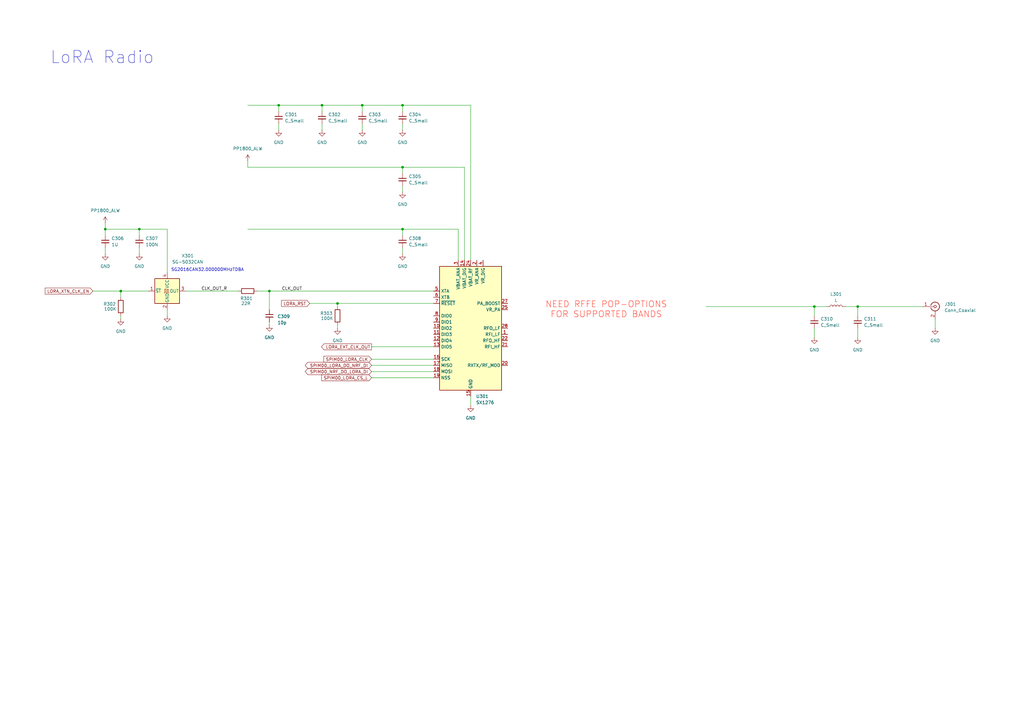
<source format=kicad_sch>
(kicad_sch (version 20231120) (generator "eeschema") (generator_version "8.0")
  (paper "A3")
  (title_block (title "LoRa Meshtastic Radio") (rev "Proto") (comment 1 "Brendan Bleker"))
  (lib_symbols
    (symbol "Connector:Conn_Coaxial" (pin_names (offset 1.016) hide)
      (property "Reference" "J" (at 0.254 3.048 0))
      (property "Value" "Conn_Coaxial" (at 2.921 0 90))
      (symbol "Conn_Coaxial_0_1"
        (arc (start -1.778 -0.508) (mid 0.2311 -1.8066) (end 1.778 0) (stroke (width 0.254)))
        (polyline (pts (xy -2.54 0) (xy -0.508 0)))
        (polyline (pts (xy 0 -2.54) (xy 0 -1.778)))
        (circle (center 0 0) (radius 0.508) (stroke (width 0.2032)))
        (arc (start 1.778 0) (mid 0.2099 1.8101) (end -1.778 0.508) (stroke (width 0.254)))
      )
      (symbol "Conn_Coaxial_1_1"
        (pin passive line (at -5.08 0 0) (length 2.54) (name "In") (number "1"))
        (pin passive line (at 0 -5.08 90) (length 2.54) (name "Ext") (number "2"))
      )
    )
    (symbol "Device:C_Small" (pin_numbers hide) (pin_names (offset 0.254) hide)
      (property "Reference" "C" (at 0.254 1.778 0))
      (property "Value" "C_Small" (at 0.254 -2.032 0))
      (symbol "C_Small_0_1"
        (polyline (pts (xy -1.524 -0.508) (xy 1.524 -0.508)) (stroke (width 0.3302)))
        (polyline (pts (xy -1.524 0.508) (xy 1.524 0.508)) (stroke (width 0.3048)))
      )
      (symbol "C_Small_1_1"
        (pin passive line (at 0 2.54 270) (length 2.032) (name "~") (number "1"))
        (pin passive line (at 0 -2.54 90) (length 2.032) (name "~") (number "2"))
      )
    )
    (symbol "Device:L" (pin_numbers hide) (pin_names (offset 1.016) hide)
      (property "Reference" "L" (at -1.27 0 90))
      (property "Value" "L" (at 1.905 0 90))
      (symbol "L_0_1"
        (arc (start 0 -2.54) (mid 0.6323 -1.905) (end 0 -1.27))
        (arc (start 0 -1.27) (mid 0.6323 -0.635) (end 0 0))
        (arc (start 0 0) (mid 0.6323 0.635) (end 0 1.27))
        (arc (start 0 1.27) (mid 0.6323 1.905) (end 0 2.54))
      )
      (symbol "L_1_1"
        (pin passive line (at 0 3.81 270) (length 1.27) (name "1") (number "1"))
        (pin passive line (at 0 -3.81 90) (length 1.27) (name "2") (number "2"))
      )
    )
    (symbol "Device:R" (pin_numbers hide) (pin_names (offset 0))
      (property "Reference" "R" (at 2.032 0 90))
      (property "Value" "R" (at 0 0 90))
      (symbol "R_0_1"
        (rectangle (start -1.016 -2.54) (end 1.016 2.54) (stroke (width 0.254)))
      )
      (symbol "R_1_1"
        (pin passive line (at 0 3.81 270) (length 1.27) (name "~") (number "1"))
        (pin passive line (at 0 -3.81 90) (length 1.27) (name "~") (number "2"))
      )
    )
    (symbol "Oscillator:SG-5032CAN" (pin_names (offset 0.254))
      (property "Reference" "X" (at -5.08 6.35 0))
      (property "Value" "SG-5032CAN" (at 1.27 -6.35 0))
      (symbol "SG-5032CAN_0_1"
        (rectangle (start -5.08 5.08) (end 5.08 -5.08) (stroke (width 0.254)) (fill (type background)))
        (polyline (pts (xy -1.27 -0.762) (xy -1.016 -0.762) (xy -1.016 0.762) (xy -0.508 0.762) (xy -0.508 -0.762) (xy 0 -0.762) (xy 0 0.762) (xy 0.508 0.762) (xy 0.508 -0.762) (xy 0.762 -0.762)))
      )
      (symbol "SG-5032CAN_1_1"
        (pin input line (at -7.62 0 0) (length 2.54) (name "~{ST}") (number "1"))
        (pin power_in line (at 0 -7.62 90) (length 2.54) (name "GND") (number "2"))
        (pin output line (at 7.62 0 180) (length 2.54) (name "OUT") (number "3"))
        (pin power_in line (at 0 7.62 270) (length 2.54) (name "VCC") (number "4"))
      )
    )
    (symbol "RF:SX1276"
      (property "Reference" "U" (at 13.97 24.13 0))
      (property "Value" "SX1276" (at 13.97 21.59 0))
      (symbol "SX1276_0_1"
        (rectangle (start -12.7 25.4) (end 12.7 -25.4) (stroke (width 0.254)) (fill (type background)))
      )
      (symbol "SX1276_1_1"
        (pin input line (at 15.24 -2.54 180) (length 2.54) (name "RFI_LF") (number "1"))
        (pin bidirectional line (at -15.24 0 0) (length 2.54) (name "DIO2") (number "10"))
        (pin bidirectional line (at -15.24 -2.54 0) (length 2.54) (name "DIO3") (number "11"))
        (pin bidirectional line (at -15.24 -5.08 0) (length 2.54) (name "DIO4") (number "12"))
        (pin bidirectional line (at -15.24 -7.62 0) (length 2.54) (name "DIO5") (number "13"))
        (pin power_in line (at -2.54 27.94 270) (length 2.54) (name "VBAT_DIG") (number "14"))
        (pin power_in line (at 0 -27.94 90) (length 2.54) (name "GND") (number "15"))
        (pin input line (at -15.24 -12.7 0) (length 2.54) (name "SCK") (number "16"))
        (pin output line (at -15.24 -15.24 0) (length 2.54) (name "MISO") (number "17"))
        (pin input line (at -15.24 -17.78 0) (length 2.54) (name "MOSI") (number "18"))
        (pin input line (at -15.24 -20.32 0) (length 2.54) (name "NSS") (number "19"))
        (pin power_in line (at 2.54 27.94 270) (length 2.54) (name "VR_ANA") (number "2"))
        (pin output line (at 15.24 -15.24 180) (length 2.54) (name "RXTX/RF_MOD") (number "20"))
        (pin input line (at 15.24 -7.62 180) (length 2.54) (name "RFI_HF") (number "21"))
        (pin output line (at 15.24 -5.08 180) (length 2.54) (name "RFO_HF") (number "22"))
        (pin passive line (at 0 -27.94 90) (length 2.54) hide (name "GND") (number "23"))
        (pin power_in line (at 0 27.94 270) (length 2.54) (name "VBAT_RF") (number "24"))
        (pin power_out line (at 15.24 7.62 180) (length 2.54) (name "VR_PA") (number "25"))
        (pin passive line (at 0 -27.94 90) (length 2.54) hide (name "GND") (number "26"))
        (pin power_out line (at 15.24 10.16 180) (length 2.54) (name "PA_BOOST") (number "27"))
        (pin output line (at 15.24 0 180) (length 2.54) (name "RFO_LF") (number "28"))
        (pin passive line (at 0 -27.94 90) (length 2.54) hide (name "GND") (number "29"))
        (pin power_in line (at -5.08 27.94 270) (length 2.54) (name "VBAT_ANA") (number "3"))
        (pin power_in line (at 5.08 27.94 270) (length 2.54) (name "VR_DIG") (number "4"))
        (pin bidirectional line (at -15.24 15.24 0) (length 2.54) (name "XTA") (number "5"))
        (pin bidirectional line (at -15.24 12.7 0) (length 2.54) (name "XTB") (number "6"))
        (pin input line (at -15.24 10.16 0) (length 2.54) (name "~{RESET}") (number "7"))
        (pin bidirectional line (at -15.24 5.08 0) (length 2.54) (name "DIO0") (number "8"))
        (pin bidirectional line (at -15.24 2.54 0) (length 2.54) (name "DIO1") (number "9"))
      )
    )
    (symbol "power:GND" (power) (pin_numbers hide) (pin_names (offset 0) hide)
      (property "Value" "GND" (at 0 -3.81 0))
      (symbol "GND_0_1"
        (polyline (pts (xy 0 0) (xy 0 -1.27) (xy 1.27 -1.27) (xy 0 -2.54) (xy -1.27 -1.27) (xy 0 -1.27)))
      )
      (symbol "GND_1_1"
        (pin power_in line (at 0 0 270) (length 0) (name "~") (number "1"))
      )
    )
    (symbol "power:VCC" (power) (pin_numbers hide) (pin_names (offset 0) hide)
      (property "Value" "VCC" (at 0 3.556 0))
      (symbol "VCC_0_1"
        (polyline (pts (xy -0.762 1.27) (xy 0 2.54)))
        (polyline (pts (xy 0 0) (xy 0 2.54)))
        (polyline (pts (xy 0 2.54) (xy 0.762 1.27)))
      )
      (symbol "VCC_1_1"
        (pin power_in line (at 0 0 90) (length 0) (name "~") (number "1"))
      )
    )
  )
  (junction (at 165.1 43.18))
  (junction (at 49.53 119.38))
  (junction (at 148.59 43.18))
  (junction (at 334.01 125.73))
  (junction (at 138.43 124.46))
  (junction (at 351.79 125.73))
  (junction (at 165.1 93.98))
  (junction (at 132.08 43.18))
  (junction (at 57.15 93.98))
  (junction (at 110.49 119.38))
  (junction (at 114.3 43.18))
  (junction (at 43.18 93.98))
  (junction (at 165.1 68.58))
  (wire (pts (xy 165.1 76.2) (xy 165.1 78.74)))
  (wire (pts (xy 38.1 119.38) (xy 49.53 119.38)))
  (wire (pts (xy 334.01 125.73) (xy 339.09 125.73)))
  (wire (pts (xy 152.4 149.86) (xy 177.8 149.86)))
  (wire (pts (xy 351.79 125.73) (xy 378.46 125.73)))
  (wire (pts (xy 110.49 119.38) (xy 110.49 127)))
  (wire (pts (xy 43.18 91.44) (xy 43.18 93.98)))
  (wire (pts (xy 114.3 43.18) (xy 132.08 43.18)))
  (wire (pts (xy 132.08 45.72) (xy 132.08 43.18)))
  (wire (pts (xy 165.1 50.8) (xy 165.1 53.34)))
  (wire (pts (xy 351.79 134.62) (xy 351.79 138.43)))
  (wire (pts (xy 165.1 45.72) (xy 165.1 43.18)))
  (wire (pts (xy 193.04 106.68) (xy 193.04 43.18)))
  (wire (pts (xy 127 124.46) (xy 138.43 124.46)))
  (wire (pts (xy 68.58 127) (xy 68.58 129.54)))
  (wire (pts (xy 334.01 129.54) (xy 334.01 125.73)))
  (wire (pts (xy 152.4 152.4) (xy 177.8 152.4)))
  (wire (pts (xy 105.41 119.38) (xy 110.49 119.38)))
  (wire (pts (xy 68.58 93.98) (xy 68.58 111.76)))
  (wire (pts (xy 334.01 134.62) (xy 334.01 138.43)))
  (wire (pts (xy 49.53 119.38) (xy 49.53 121.92)))
  (wire (pts (xy 57.15 101.6) (xy 57.15 104.14)))
  (wire (pts (xy 101.6 43.18) (xy 114.3 43.18)))
  (wire (pts (xy 138.43 124.46) (xy 177.8 124.46)))
  (wire (pts (xy 138.43 133.35) (xy 138.43 134.62)))
  (wire (pts (xy 110.49 119.38) (xy 177.8 119.38)))
  (wire (pts (xy 148.59 45.72) (xy 148.59 43.18)))
  (wire (pts (xy 101.6 68.58) (xy 165.1 68.58)))
  (wire (pts (xy 101.6 93.98) (xy 165.1 93.98)))
  (wire (pts (xy 138.43 124.46) (xy 138.43 125.73)))
  (wire (pts (xy 43.18 93.98) (xy 57.15 93.98)))
  (wire (pts (xy 190.5 106.68) (xy 190.5 68.58)))
  (wire (pts (xy 49.53 129.54) (xy 49.53 130.81)))
  (wire (pts (xy 165.1 71.12) (xy 165.1 68.58)))
  (wire (pts (xy 148.59 43.18) (xy 165.1 43.18)))
  (wire (pts (xy 165.1 93.98) (xy 187.96 93.98)))
  (wire (pts (xy 187.96 106.68) (xy 187.96 93.98)))
  (wire (pts (xy 57.15 96.52) (xy 57.15 93.98)))
  (wire (pts (xy 101.6 66.04) (xy 101.6 68.58)))
  (wire (pts (xy 152.4 147.32) (xy 177.8 147.32)))
  (wire (pts (xy 49.53 119.38) (xy 60.96 119.38)))
  (wire (pts (xy 165.1 101.6) (xy 165.1 104.14)))
  (wire (pts (xy 346.71 125.73) (xy 351.79 125.73)))
  (wire (pts (xy 110.49 132.08) (xy 110.49 133.35)))
  (wire (pts (xy 152.4 142.24) (xy 177.8 142.24)))
  (wire (pts (xy 132.08 43.18) (xy 148.59 43.18)))
  (wire (pts (xy 193.04 162.56) (xy 193.04 166.37)))
  (wire (pts (xy 76.2 119.38) (xy 97.79 119.38)))
  (wire (pts (xy 148.59 50.8) (xy 148.59 53.34)))
  (wire (pts (xy 114.3 50.8) (xy 114.3 53.34)))
  (wire (pts (xy 165.1 68.58) (xy 190.5 68.58)))
  (wire (pts (xy 351.79 125.73) (xy 351.79 129.54)))
  (wire (pts (xy 114.3 45.72) (xy 114.3 43.18)))
  (wire (pts (xy 43.18 101.6) (xy 43.18 104.14)))
  (wire (pts (xy 57.15 93.98) (xy 68.58 93.98)))
  (wire (pts (xy 132.08 50.8) (xy 132.08 53.34)))
  (wire (pts (xy 152.4 154.94) (xy 177.8 154.94)))
  (wire (pts (xy 383.54 130.81) (xy 383.54 134.62)))
  (wire (pts (xy 165.1 96.52) (xy 165.1 93.98)))
  (wire (pts (xy 289.56 125.73) (xy 334.01 125.73)))
  (wire (pts (xy 165.1 43.18) (xy 193.04 43.18)))
  (wire (pts (xy 43.18 96.52) (xy 43.18 93.98)))
  (text "NEED RFFE POP-OPTIONS\nFOR SUPPORTED BANDS" (at 248.666 127 0) (effects (font (size 2.54 2.54))))
  (text "SG2016CAN32.000000MHzTDBA" (at 85.09 110.744 0) (effects (font (size 1.27 1.27))))
  (text "LoRA Radio" (at 41.91 23.622 0) (effects (font (size 5 5))))
  (label "CLK_OUT_R" (at 82.55 119.38 0))
  (label "CLK_OUT" (at 115.57 119.38 0))
  (global_label "LORA_EXT_CLK_OUT" (shape output) (at 152.4 142.24 180) (property "Intersheetrefs" "${INTERSHEET_REFS}" (effects (hide yes))))
  (global_label "LORA_RST" (shape input) (at 127 124.46 180) (property "Intersheetrefs" "${INTERSHEET_REFS}" (effects (hide yes))))
  (global_label "SPIM00_LORA_CS_L" (shape input) (at 152.4 154.94 180) (property "Intersheetrefs" "${INTERSHEET_REFS}" (effects (hide yes))))
  (global_label "LORA_XTN_CLK_EN" (shape input) (at 38.1 119.38 180) (property "Intersheetrefs" "${INTERSHEET_REFS}" (effects (hide yes))))
  (global_label "SPIM00_NRF_DO_LORA_DI" (shape bidirectional) (at 152.4 152.4 180) (property "Intersheetrefs" "${INTERSHEET_REFS}" (effects (hide yes))))
  (global_label "SPIM00_LORA_DO_NRF_DI" (shape bidirectional) (at 152.4 149.86 180) (property "Intersheetrefs" "${INTERSHEET_REFS}" (effects (hide yes))))
  (global_label "SPIM00_LORA_CLK" (shape input) (at 152.4 147.32 180) (property "Intersheetrefs" "${INTERSHEET_REFS}" (effects (hide yes))))
  (symbol (lib_id "Device:C_Small") (at 165.1 48.26 0) (unit 1)
    (property "Reference" "C304" (at 167.64 46.9962 0) (effects (justify left)))
    (property "Value" "C_Small" (at 167.64 49.5362 0) (effects (justify left)))
    (property "Description" "Unpolarized capacitor, small symbol" (effects (hide yes)))
  )
  (symbol (lib_id "Device:C_Small") (at 43.18 99.06 0) (unit 1)
    (property "Reference" "C306" (at 45.72 97.7962 0) (effects (justify left)))
    (property "Value" "1U" (at 45.72 100.3362 0) (effects (justify left)))
    (property "Description" "Unpolarized capacitor, small symbol" (effects (hide yes)))
  )
  (symbol (lib_id "RF:SX1276") (at 193.04 134.62 0) (unit 1)
    (property "Reference" "U301" (at 195.2341 162.56 0) (effects (justify left)))
    (property "Value" "SX1276" (at 195.2341 165.1 0) (effects (justify left)))
    (property "Footprint" "Package_DFN_QFN:QFN-28-1EP_6x6mm_P0.65mm_EP4.8x4.8mm" (effects (hide yes)))
    (property "Datasheet" "https://semtech.my.salesforce.com/sfc/p/#E0000000JelG/a/2R0000001Rbr/6EfVZUorrpoKFfvaF_Fkpgp5kzjiNyiAbqcpqh9qSjE" (effects (hide yes)))
    (property "Description" "137 MHz to 1020 MHz Low Power Long Range Transceiver, spreading factor from 6 to 12, LoRA, QFN-28" (effects (hide yes)))
  )
  (symbol (lib_id "Device:R") (at 138.43 129.54 180) (unit 1)
    (property "Reference" "R303" (at 133.858 128.524 0))
    (property "Value" "100K" (at 134.112 130.556 0))
    (property "Description" "Resistor" (effects (hide yes)))
  )
  (symbol (lib_id "power:GND") (at 49.53 130.81 0) (unit 1)
    (property "Reference" "#PWR0312" (effects (hide yes)))
    (property "Value" "GND" (at 49.53 135.89 0))
    (property "Description" "Power symbol creates a global label with name \"GND\" , ground" (effects (hide yes)))
  )
  (symbol (lib_id "power:GND") (at 165.1 78.74 0) (unit 1)
    (property "Reference" "#PWR0306" (effects (hide yes)))
    (property "Value" "GND" (at 165.1 83.82 0))
    (property "Description" "Power symbol creates a global label with name \"GND\" , ground" (effects (hide yes)))
  )
  (symbol (lib_id "Device:L") (at 342.9 125.73 90) (unit 1)
    (property "Reference" "L301" (at 342.9 120.65 90))
    (property "Value" "L" (at 342.9 123.19 90))
    (property "Description" "Inductor" (effects (hide yes)))
  )
  (symbol (lib_id "power:GND") (at 68.58 129.54 0) (unit 1)
    (property "Reference" "#PWR0311" (effects (hide yes)))
    (property "Value" "GND" (at 68.58 134.62 0))
    (property "Description" "Power symbol creates a global label with name \"GND\" , ground" (effects (hide yes)))
  )
  (symbol (lib_id "power:GND") (at 165.1 53.34 0) (unit 1)
    (property "Reference" "#PWR0304" (effects (hide yes)))
    (property "Value" "GND" (at 165.1 58.42 0))
    (property "Description" "Power symbol creates a global label with name \"GND\" , ground" (effects (hide yes)))
  )
  (symbol (lib_id "power:GND") (at 193.04 166.37 0) (unit 1)
    (property "Reference" "#PWR0318" (effects (hide yes)))
    (property "Value" "GND" (at 193.04 171.45 0))
    (property "Description" "Power symbol creates a global label with name \"GND\" , ground" (effects (hide yes)))
  )
  (symbol (lib_id "power:GND") (at 114.3 53.34 0) (unit 1)
    (property "Reference" "#PWR0301" (effects (hide yes)))
    (property "Value" "GND" (at 114.3 58.42 0))
    (property "Description" "Power symbol creates a global label with name \"GND\" , ground" (effects (hide yes)))
  )
  (symbol (lib_id "Device:C_Small") (at 351.79 132.08 0) (unit 1)
    (property "Reference" "C311" (at 354.33 130.8162 0) (effects (justify left)))
    (property "Value" "C_Small" (at 354.33 133.3562 0) (effects (justify left)))
    (property "Description" "Unpolarized capacitor, small symbol" (effects (hide yes)))
  )
  (symbol (lib_id "Device:R") (at 101.6 119.38 270) (unit 1)
    (property "Reference" "R301" (at 101.092 122.428 90))
    (property "Value" "22R" (at 100.838 124.46 90))
    (property "Description" "Resistor" (effects (hide yes)))
  )
  (symbol (lib_id "Device:C_Small") (at 334.01 132.08 0) (unit 1)
    (property "Reference" "C310" (at 336.55 130.8162 0) (effects (justify left)))
    (property "Value" "C_Small" (at 336.55 133.3562 0) (effects (justify left)))
    (property "Description" "Unpolarized capacitor, small symbol" (effects (hide yes)))
  )
  (symbol (lib_id "Device:C_Small") (at 114.3 48.26 0) (unit 1)
    (property "Reference" "C301" (at 116.84 46.9962 0) (effects (justify left)))
    (property "Value" "C_Small" (at 116.84 49.5362 0) (effects (justify left)))
    (property "Description" "Unpolarized capacitor, small symbol" (effects (hide yes)))
  )
  (symbol (lib_id "Device:C_Small") (at 110.49 129.54 0) (unit 1)
    (property "Reference" "C309" (at 113.792 129.794 0) (effects (justify left)))
    (property "Value" "10p" (at 113.792 132.334 0) (effects (justify left)))
    (property "Description" "Unpolarized capacitor, small symbol" (effects (hide yes)))
  )
  (symbol (lib_id "power:GND") (at 138.43 134.62 0) (unit 1)
    (property "Reference" "#PWR0314" (effects (hide yes)))
    (property "Value" "GND" (at 138.43 139.7 0))
    (property "Description" "Power symbol creates a global label with name \"GND\" , ground" (effects (hide yes)))
  )
  (symbol (lib_id "power:GND") (at 43.18 104.14 0) (unit 1)
    (property "Reference" "#PWR0308" (effects (hide yes)))
    (property "Value" "GND" (at 43.18 109.22 0))
    (property "Description" "Power symbol creates a global label with name \"GND\" , ground" (effects (hide yes)))
  )
  (symbol (lib_id "Oscillator:SG-5032CAN") (at 68.58 119.38 0) (unit 1)
    (property "Reference" "X301" (at 76.962 104.902 0))
    (property "Value" "SG-5032CAN" (at 76.962 107.442 0))
    (property "Footprint" "Oscillator:Oscillator_SMD_SeikoEpson_SG8002LB-4Pin_5.0x3.2mm" (effects (hide yes)))
    (property "Datasheet" "https://support.epson.biz/td/api/doc_check.php?dl=brief_SG5032CAN&lang=en" (effects (hide yes)))
    (property "Description" "CMOS Clock Oscillator 1 to 75 MHz" (effects (hide yes)))
  )
  (symbol (lib_id "power:GND") (at 132.08 53.34 0) (unit 1)
    (property "Reference" "#PWR0302" (effects (hide yes)))
    (property "Value" "GND" (at 132.08 58.42 0))
    (property "Description" "Power symbol creates a global label with name \"GND\" , ground" (effects (hide yes)))
  )
  (symbol (lib_id "power:GND") (at 383.54 134.62 0) (unit 1)
    (property "Reference" "#PWR0315" (effects (hide yes)))
    (property "Value" "GND" (at 383.54 139.7 0))
    (property "Description" "Power symbol creates a global label with name \"GND\" , ground" (effects (hide yes)))
  )
  (symbol (lib_id "Connector:Conn_Coaxial") (at 383.54 125.73 0) (unit 1)
    (property "Reference" "J301" (at 387.35 124.7531 0) (effects (justify left)))
    (property "Value" "Conn_Coaxial" (at 387.35 127.2931 0) (effects (justify left)))
    (property "Datasheet" " ~" (effects (hide yes)))
    (property "Description" "coaxial connector (BNC, SMA, SMB, SMC, Cinch/RCA, LEMO, ...)" (effects (hide yes)))
  )
  (symbol (lib_id "Device:C_Small") (at 132.08 48.26 0) (unit 1)
    (property "Reference" "C302" (at 134.62 46.9962 0) (effects (justify left)))
    (property "Value" "C_Small" (at 134.62 49.5362 0) (effects (justify left)))
    (property "Description" "Unpolarized capacitor, small symbol" (effects (hide yes)))
  )
  (symbol (lib_id "Device:R") (at 49.53 125.73 180) (unit 1)
    (property "Reference" "R302" (at 44.958 124.714 0))
    (property "Value" "100K" (at 45.212 126.746 0))
    (property "Description" "Resistor" (effects (hide yes)))
  )
  (symbol (lib_id "power:GND") (at 165.1 104.14 0) (unit 1)
    (property "Reference" "#PWR0310" (effects (hide yes)))
    (property "Value" "GND" (at 165.1 109.22 0))
    (property "Description" "Power symbol creates a global label with name \"GND\" , ground" (effects (hide yes)))
  )
  (symbol (lib_id "Device:C_Small") (at 148.59 48.26 0) (unit 1)
    (property "Reference" "C303" (at 151.13 46.9962 0) (effects (justify left)))
    (property "Value" "C_Small" (at 151.13 49.5362 0) (effects (justify left)))
    (property "Description" "Unpolarized capacitor, small symbol" (effects (hide yes)))
  )
  (symbol (lib_id "power:GND") (at 148.59 53.34 0) (unit 1)
    (property "Reference" "#PWR0303" (effects (hide yes)))
    (property "Value" "GND" (at 148.59 58.42 0))
    (property "Description" "Power symbol creates a global label with name \"GND\" , ground" (effects (hide yes)))
  )
  (symbol (lib_id "Device:C_Small") (at 165.1 73.66 0) (unit 1)
    (property "Reference" "C305" (at 167.64 72.3962 0) (effects (justify left)))
    (property "Value" "C_Small" (at 167.64 74.9362 0) (effects (justify left)))
    (property "Description" "Unpolarized capacitor, small symbol" (effects (hide yes)))
  )
  (symbol (lib_id "power:VCC") (at 43.18 91.44 0) (unit 1)
    (property "Reference" "#PWR0307" (effects (hide yes)))
    (property "Value" "PP1800_ALW" (at 43.18 86.36 0))
    (property "Description" "Power symbol creates a global label with name \"VCC\"" (effects (hide yes)))
  )
  (symbol (lib_id "power:VCC") (at 101.6 66.04 0) (unit 1)
    (property "Reference" "#PWR0305" (effects (hide yes)))
    (property "Value" "PP1800_ALW" (at 101.6 60.96 0))
    (property "Description" "Power symbol creates a global label with name \"VCC\"" (effects (hide yes)))
  )
  (symbol (lib_id "power:GND") (at 57.15 104.14 0) (unit 1)
    (property "Reference" "#PWR0309" (effects (hide yes)))
    (property "Value" "GND" (at 57.15 109.22 0))
    (property "Description" "Power symbol creates a global label with name \"GND\" , ground" (effects (hide yes)))
  )
  (symbol (lib_id "power:GND") (at 110.49 133.35 0) (unit 1)
    (property "Reference" "#PWR0313" (effects (hide yes)))
    (property "Value" "GND" (at 110.49 138.43 0))
    (property "Description" "Power symbol creates a global label with name \"GND\" , ground" (effects (hide yes)))
  )
  (symbol (lib_id "Device:C_Small") (at 57.15 99.06 0) (unit 1)
    (property "Reference" "C307" (at 59.69 97.7962 0) (effects (justify left)))
    (property "Value" "100N" (at 59.69 100.3362 0) (effects (justify left)))
    (property "Description" "Unpolarized capacitor, small symbol" (effects (hide yes)))
  )
  (symbol (lib_id "power:GND") (at 334.01 138.43 0) (unit 1)
    (property "Reference" "#PWR0316" (effects (hide yes)))
    (property "Value" "GND" (at 334.01 143.51 0))
    (property "Description" "Power symbol creates a global label with name \"GND\" , ground" (effects (hide yes)))
  )
  (symbol (lib_id "power:GND") (at 351.79 138.43 0) (unit 1)
    (property "Reference" "#PWR0317" (effects (hide yes)))
    (property "Value" "GND" (at 351.79 143.51 0))
    (property "Description" "Power symbol creates a global label with name \"GND\" , ground" (effects (hide yes)))
  )
  (symbol (lib_id "Device:C_Small") (at 165.1 99.06 0) (unit 1)
    (property "Reference" "C308" (at 167.64 97.7962 0) (effects (justify left)))
    (property "Value" "C_Small" (at 167.64 100.3362 0) (effects (justify left)))
    (property "Description" "Unpolarized capacitor, small symbol" (effects (hide yes)))
  )
)
</source>
